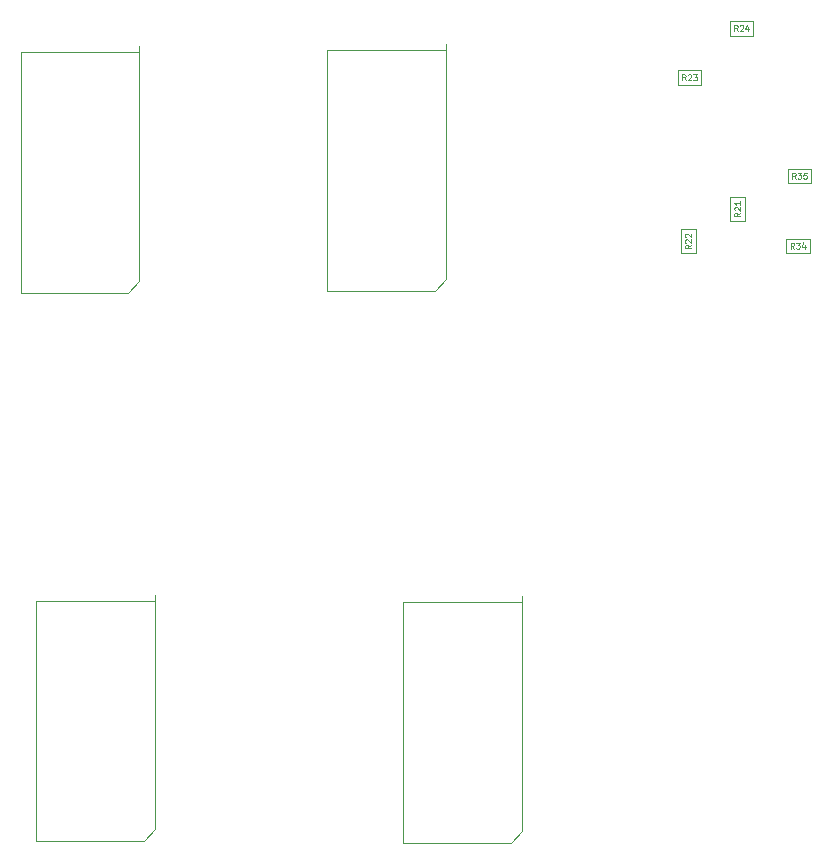
<source format=gbr>
G04 #@! TF.FileFunction,Other,Fab,Top*
%FSLAX46Y46*%
G04 Gerber Fmt 4.6, Leading zero omitted, Abs format (unit mm)*
G04 Created by KiCad (PCBNEW 4.0.7-e2-6376~61~ubuntu18.04.1) date Mon Nov 26 07:37:29 2018*
%MOMM*%
%LPD*%
G01*
G04 APERTURE LIST*
%ADD10C,0.100000*%
%ADD11C,0.120000*%
%ADD12C,0.075000*%
G04 APERTURE END LIST*
D10*
D11*
X200434820Y-74683060D02*
X199524820Y-75693060D01*
X190394820Y-75693060D02*
X199524820Y-75693060D01*
X200434820Y-74683060D02*
X200434820Y-54803060D01*
X200434820Y-55313060D02*
X190394820Y-55313060D01*
X190394820Y-55313060D02*
X190394820Y-75693060D01*
X201768240Y-121129500D02*
X200858240Y-122139500D01*
X191728240Y-122139500D02*
X200858240Y-122139500D01*
X201768240Y-121129500D02*
X201768240Y-101249500D01*
X201768240Y-101759500D02*
X191728240Y-101759500D01*
X191728240Y-101759500D02*
X191728240Y-122139500D01*
X232855340Y-121241260D02*
X231945340Y-122251260D01*
X222815340Y-122251260D02*
X231945340Y-122251260D01*
X232855340Y-121241260D02*
X232855340Y-101361260D01*
X232855340Y-101871260D02*
X222815340Y-101871260D01*
X222815340Y-101871260D02*
X222815340Y-122251260D01*
X226391000Y-74507000D02*
X225481000Y-75517000D01*
X216351000Y-75517000D02*
X225481000Y-75517000D01*
X226391000Y-74507000D02*
X226391000Y-54627000D01*
X226391000Y-55137000D02*
X216351000Y-55137000D01*
X216351000Y-55137000D02*
X216351000Y-75517000D01*
D10*
X250490000Y-67580000D02*
X251730000Y-67580000D01*
X250490000Y-69580000D02*
X250490000Y-67580000D01*
X251730000Y-69580000D02*
X250490000Y-69580000D01*
X251730000Y-67580000D02*
X251730000Y-69580000D01*
X246310000Y-70330000D02*
X247550000Y-70330000D01*
X246310000Y-72330000D02*
X246310000Y-70330000D01*
X247550000Y-72330000D02*
X246310000Y-72330000D01*
X247550000Y-70330000D02*
X247550000Y-72330000D01*
X250425000Y-53920000D02*
X250425000Y-52680000D01*
X252425000Y-53920000D02*
X250425000Y-53920000D01*
X252425000Y-52680000D02*
X252425000Y-53920000D01*
X250425000Y-52680000D02*
X252425000Y-52680000D01*
X246025000Y-58095000D02*
X246025000Y-56855000D01*
X248025000Y-58095000D02*
X246025000Y-58095000D01*
X248025000Y-56855000D02*
X248025000Y-58095000D01*
X246025000Y-56855000D02*
X248025000Y-56855000D01*
X257210000Y-71100000D02*
X257210000Y-72340000D01*
X255210000Y-71100000D02*
X257210000Y-71100000D01*
X255210000Y-72340000D02*
X255210000Y-71100000D01*
X257210000Y-72340000D02*
X255210000Y-72340000D01*
X257340000Y-65180000D02*
X257340000Y-66420000D01*
X255340000Y-65180000D02*
X257340000Y-65180000D01*
X255340000Y-66420000D02*
X255340000Y-65180000D01*
X257340000Y-66420000D02*
X255340000Y-66420000D01*
D12*
X251336190Y-68901428D02*
X251098095Y-69068095D01*
X251336190Y-69187142D02*
X250836190Y-69187142D01*
X250836190Y-68996666D01*
X250860000Y-68949047D01*
X250883810Y-68925238D01*
X250931429Y-68901428D01*
X251002857Y-68901428D01*
X251050476Y-68925238D01*
X251074286Y-68949047D01*
X251098095Y-68996666D01*
X251098095Y-69187142D01*
X250883810Y-68710952D02*
X250860000Y-68687142D01*
X250836190Y-68639523D01*
X250836190Y-68520476D01*
X250860000Y-68472857D01*
X250883810Y-68449047D01*
X250931429Y-68425238D01*
X250979048Y-68425238D01*
X251050476Y-68449047D01*
X251336190Y-68734761D01*
X251336190Y-68425238D01*
X251336190Y-67949048D02*
X251336190Y-68234762D01*
X251336190Y-68091905D02*
X250836190Y-68091905D01*
X250907619Y-68139524D01*
X250955238Y-68187143D01*
X250979048Y-68234762D01*
X247156190Y-71651428D02*
X246918095Y-71818095D01*
X247156190Y-71937142D02*
X246656190Y-71937142D01*
X246656190Y-71746666D01*
X246680000Y-71699047D01*
X246703810Y-71675238D01*
X246751429Y-71651428D01*
X246822857Y-71651428D01*
X246870476Y-71675238D01*
X246894286Y-71699047D01*
X246918095Y-71746666D01*
X246918095Y-71937142D01*
X246703810Y-71460952D02*
X246680000Y-71437142D01*
X246656190Y-71389523D01*
X246656190Y-71270476D01*
X246680000Y-71222857D01*
X246703810Y-71199047D01*
X246751429Y-71175238D01*
X246799048Y-71175238D01*
X246870476Y-71199047D01*
X247156190Y-71484761D01*
X247156190Y-71175238D01*
X246703810Y-70984762D02*
X246680000Y-70960952D01*
X246656190Y-70913333D01*
X246656190Y-70794286D01*
X246680000Y-70746667D01*
X246703810Y-70722857D01*
X246751429Y-70699048D01*
X246799048Y-70699048D01*
X246870476Y-70722857D01*
X247156190Y-71008571D01*
X247156190Y-70699048D01*
X251103572Y-53526190D02*
X250936905Y-53288095D01*
X250817858Y-53526190D02*
X250817858Y-53026190D01*
X251008334Y-53026190D01*
X251055953Y-53050000D01*
X251079762Y-53073810D01*
X251103572Y-53121429D01*
X251103572Y-53192857D01*
X251079762Y-53240476D01*
X251055953Y-53264286D01*
X251008334Y-53288095D01*
X250817858Y-53288095D01*
X251294048Y-53073810D02*
X251317858Y-53050000D01*
X251365477Y-53026190D01*
X251484524Y-53026190D01*
X251532143Y-53050000D01*
X251555953Y-53073810D01*
X251579762Y-53121429D01*
X251579762Y-53169048D01*
X251555953Y-53240476D01*
X251270239Y-53526190D01*
X251579762Y-53526190D01*
X252008333Y-53192857D02*
X252008333Y-53526190D01*
X251889286Y-53002381D02*
X251770238Y-53359524D01*
X252079762Y-53359524D01*
X246703572Y-57701190D02*
X246536905Y-57463095D01*
X246417858Y-57701190D02*
X246417858Y-57201190D01*
X246608334Y-57201190D01*
X246655953Y-57225000D01*
X246679762Y-57248810D01*
X246703572Y-57296429D01*
X246703572Y-57367857D01*
X246679762Y-57415476D01*
X246655953Y-57439286D01*
X246608334Y-57463095D01*
X246417858Y-57463095D01*
X246894048Y-57248810D02*
X246917858Y-57225000D01*
X246965477Y-57201190D01*
X247084524Y-57201190D01*
X247132143Y-57225000D01*
X247155953Y-57248810D01*
X247179762Y-57296429D01*
X247179762Y-57344048D01*
X247155953Y-57415476D01*
X246870239Y-57701190D01*
X247179762Y-57701190D01*
X247346429Y-57201190D02*
X247655952Y-57201190D01*
X247489286Y-57391667D01*
X247560714Y-57391667D01*
X247608333Y-57415476D01*
X247632143Y-57439286D01*
X247655952Y-57486905D01*
X247655952Y-57605952D01*
X247632143Y-57653571D01*
X247608333Y-57677381D01*
X247560714Y-57701190D01*
X247417857Y-57701190D01*
X247370238Y-57677381D01*
X247346429Y-57653571D01*
X255888572Y-71946190D02*
X255721905Y-71708095D01*
X255602858Y-71946190D02*
X255602858Y-71446190D01*
X255793334Y-71446190D01*
X255840953Y-71470000D01*
X255864762Y-71493810D01*
X255888572Y-71541429D01*
X255888572Y-71612857D01*
X255864762Y-71660476D01*
X255840953Y-71684286D01*
X255793334Y-71708095D01*
X255602858Y-71708095D01*
X256055239Y-71446190D02*
X256364762Y-71446190D01*
X256198096Y-71636667D01*
X256269524Y-71636667D01*
X256317143Y-71660476D01*
X256340953Y-71684286D01*
X256364762Y-71731905D01*
X256364762Y-71850952D01*
X256340953Y-71898571D01*
X256317143Y-71922381D01*
X256269524Y-71946190D01*
X256126667Y-71946190D01*
X256079048Y-71922381D01*
X256055239Y-71898571D01*
X256793333Y-71612857D02*
X256793333Y-71946190D01*
X256674286Y-71422381D02*
X256555238Y-71779524D01*
X256864762Y-71779524D01*
X256018572Y-66026190D02*
X255851905Y-65788095D01*
X255732858Y-66026190D02*
X255732858Y-65526190D01*
X255923334Y-65526190D01*
X255970953Y-65550000D01*
X255994762Y-65573810D01*
X256018572Y-65621429D01*
X256018572Y-65692857D01*
X255994762Y-65740476D01*
X255970953Y-65764286D01*
X255923334Y-65788095D01*
X255732858Y-65788095D01*
X256185239Y-65526190D02*
X256494762Y-65526190D01*
X256328096Y-65716667D01*
X256399524Y-65716667D01*
X256447143Y-65740476D01*
X256470953Y-65764286D01*
X256494762Y-65811905D01*
X256494762Y-65930952D01*
X256470953Y-65978571D01*
X256447143Y-66002381D01*
X256399524Y-66026190D01*
X256256667Y-66026190D01*
X256209048Y-66002381D01*
X256185239Y-65978571D01*
X256947143Y-65526190D02*
X256709048Y-65526190D01*
X256685238Y-65764286D01*
X256709048Y-65740476D01*
X256756667Y-65716667D01*
X256875714Y-65716667D01*
X256923333Y-65740476D01*
X256947143Y-65764286D01*
X256970952Y-65811905D01*
X256970952Y-65930952D01*
X256947143Y-65978571D01*
X256923333Y-66002381D01*
X256875714Y-66026190D01*
X256756667Y-66026190D01*
X256709048Y-66002381D01*
X256685238Y-65978571D01*
M02*

</source>
